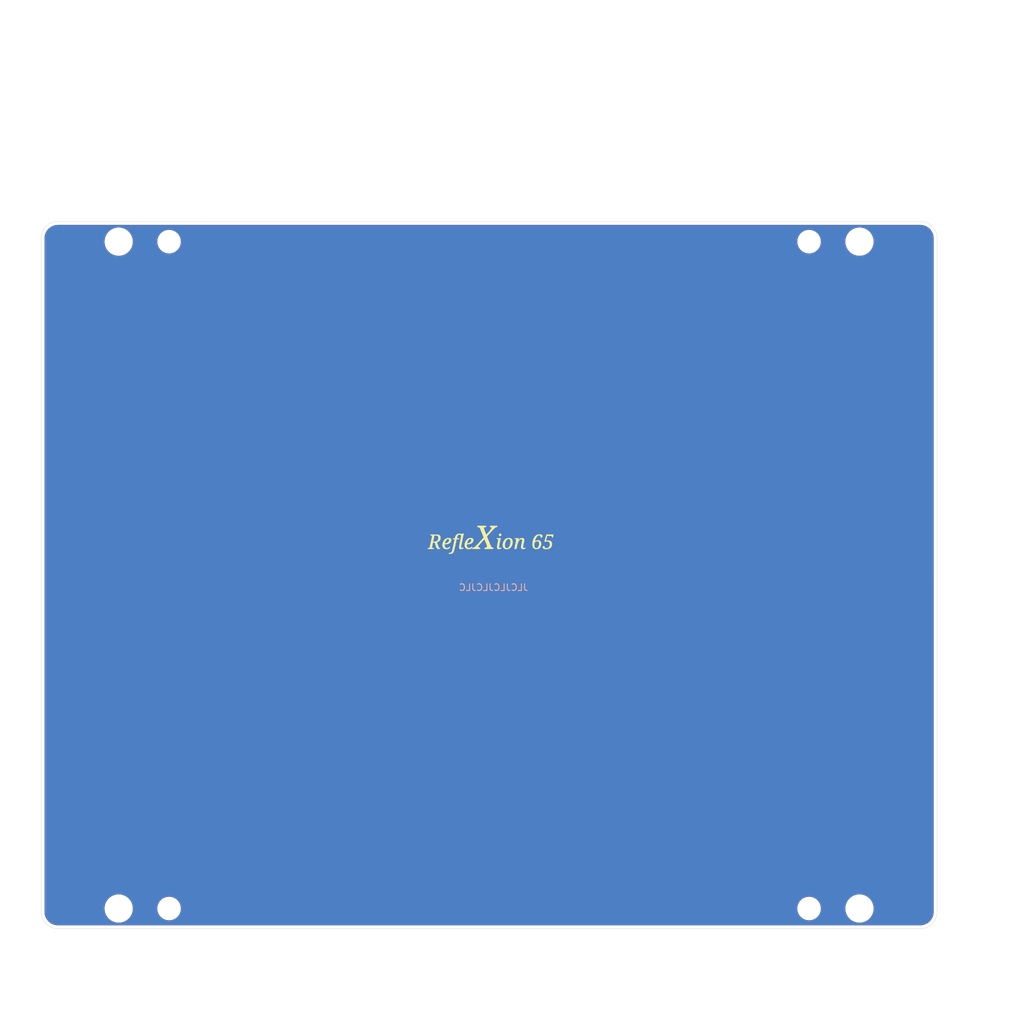
<source format=kicad_pcb>
(kicad_pcb (version 20211014) (generator pcbnew)
  (title_block (title "RefleXion - 65 Rear Plate") (date "2022-10-10") (rev "1.0.0") (company "Tweety's Wild Thinking") (comment 1 "Design: Markus Knutsson <markus.knutsson@tweety.se>") (comment 2 "Concept: Pedro Quaresma <pq@live.ie>") (comment 3 "https://github.com/TweetyDaBird") (comment 4 "Licensed under Creative Commons BY-SA 4.0 International"))
  (layers (0 "F.Cu" signal) (31 "B.Cu" signal) (34 "B.Paste" user) (35 "F.Paste" user) (36 "B.SilkS" user "B.Silkscreen") (37 "F.SilkS" user "F.Silkscreen") (38 "B.Mask" user) (39 "F.Mask" user) (44 "Edge.Cuts" user))
  (net 0 "")
  (footprint "Keyboard_Plate:Spacer Plate hole" (layer "F.Cu") (at 158.515 35.965)
    (fp_text reference "H3" hide)
    (fp_text value "Spacer_PCB" hide)
    (pad "" np_thru_hole circle (at 0 0) (size 2.5 2.5) (drill 2.5) (layers *.Cu *.Mask))
  )
  (footprint "Keyboard_Plate:Spacer Plate hole" (layer "F.Cu") (at 158.515 135.215)
    (fp_text reference "H4" hide)
    (fp_text value "Spacer_PCB" hide)
    (pad "" np_thru_hole circle (at 0 0) (size 2.5 2.5) (drill 2.5) (layers *.Cu *.Mask))
  )
  (footprint "MountingHole:MountingHole_3.2mm_M3" (layer "F.Cu") (at 166.015 135.215)
    (fp_text reference "H8" hide)
    (fp_text value "MountingHole")
    (pad "" np_thru_hole circle (at 0 0) (size 3.2 3.2) (drill 3.2) (layers *.Cu *.Mask))
  )
  (footprint "MountingHole:MountingHole_3.2mm_M3" (layer "F.Cu") (at 166.015 35.965)
    (fp_text reference "H6" hide)
    (fp_text value "MountingHole")
    (pad "" np_thru_hole circle (at 0 0) (size 3.2 3.2) (drill 3.2) (layers *.Cu *.Mask))
  )
  (footprint "Keyboard_Plate:Spacer Plate hole" (layer "F.Cu") (at 63.265 35.965)
    (fp_text reference "H1" hide)
    (fp_text value "Spacer_PCB" hide)
    (pad "" np_thru_hole circle (at 0 0) (size 2.5 2.5) (drill 2.5) (layers *.Cu *.Mask))
  )
  (footprint "Logotypes:RefleXion 65" (layer "F.Cu") (at 111.2012 80.3148)
    (fp_text reference "G***" hide)
    (fp_text value "LOGO" hide)
    (fp_poly (pts (xy 8.9124 -0.779026) (xy 9.052472 -0.77648) (xy 9.165546 -0.772584) (xy 9.243902 -0.767624) (xy 9.279818 -0.761885) (xy 9.281265 -0.76044) (xy 9.276673 -0.727301) (xy 9.264493 -0.65681) (xy 9.247114 -0.562645) (xy 9.242268 -0.53717) (xy 9.224046 -0.440693) (xy 9.210376 -0.365934) (xy 9.203612 -0.325851) (xy 9.203276 -0.322687) (xy 9.180637 -0.315159) (xy 9.126107 -0.311976) (xy 9.125282 -0.311975) (xy 9.073009 -0.316992) (xy 9.051472 -0.342525) (xy 9.047288 -0.403611) (xy 9.041038 -0.457701) (xy 9.017539 -0.496371) (xy 8.96967 -0.522074) (xy 8.890309 -0.537265) (xy 8.772332 -0.544397) (xy 8.634136 -0.545957) (xy 8.35436 -0.545957) (xy 8.269694 -0.243468) (xy 8.235896 -0.123569) (xy 8.206557 -0.021063) (xy 8.184832 0.053125) (xy 8.173905 0.088006) (xy 8.18845 0.102466) (xy 8.247228 0.111813) (xy 8.353241 0.116386) (xy 8.429549 0.116991) (xy 8.597252 0.122971) (xy 8.725808 0.143843) (xy 8.826997 0.184004) (xy 8.912598 0.247849) (xy 8.980908 0.322794) (xy 9.017727 0.3711) (xy 9.040949 0.414739) (xy 9.053699 0.467457) (xy 9.059101 0.542999) (xy 9.060281 0.655111) (xy 9.060287 0.671936) (xy 9.058867 0.793386) (xy 9.052646 0.878221) (xy 9.038678 0.941791) (xy 9.01402 0.999443) (xy 8.988818 1.044504) (xy 8.876069 1.195952) (xy 8.737315 1.307786) (xy 8.568683 1.381868) (xy 8.366299 1.42006) (xy 8.19488 1.426347) (xy 8.079566 1.42373) (xy 7.979216 1.419639) (xy 7.908448 1.414755) (xy 7.887855 1.412061) (xy 7.800371 1.372541) (xy 7.720593 1.299584) (xy 7.665454 1.210924) (xy 7.652267 1.165319) (xy 7.648904 1.090957) (xy 7.674486 1.035596) (xy 7.70412 1.002831) (xy 7.788528 0.947488) (xy 7.8502 0.935927) (xy 7.906087 0.942243) (xy 7.926899 0.971465) (xy 7.929376 1.010414) (xy 7.951595 1.11001) (xy 8.012348 1.185685) (xy 8.102781 1.234916) (xy 8.21404 1.25518) (xy 8.337269 1.243953) (xy 8.463616 1.198713) (xy 8.506257 1.174797) (xy 8.604767 1.085553) (xy 8.675719 0.964649) (xy 8.717094 0.824984) (xy 8.726872 0.679461) (xy 8.703034 0.540979) (xy 8.64356 0.42244) (xy 8.627188 0.402234) (xy 8.528701 0.318597) (xy 8.414271 0.278236) (xy 8.276642 0.27943) (xy 8.186302 0.297718) (xy 8.063529 0.325998) (xy 7.982108 0.336412) (xy 7.934738 0.329437) (xy 7.918431 0.315299) (xy 7.921437 0.284747) (xy 7.937742 0.212065) (xy 7.965366 0.104825) (xy 8.002329 -0.029403) (xy 8.046651 -0.183047) (xy 8.064626 -0.243657) (xy 8.224834 -0.779938) (xy 8.753052 -0.779938)) (layer "F.SilkS") (width 0) (fill solid))
    (fp_poly (pts (xy 1.411285 -0.904795) (xy 1.481018 -0.871882) (xy 1.490853 -0.862385) (xy 1.526092 -0.789744) (xy 1.53209 -0.69841) (xy 1.509584 -0.612177) (xy 1.481884 -0.571955) (xy 1.41481 -0.534196) (xy 1.327141 -0.519956) (xy 1.241496 -0.530085) (xy 1.184764 -0.560813) (xy 1.15409 -0.622298) (xy 1.145439 -0.708407) (xy 1.158841 -0.79665) (xy 1.184381 -0.852147) (xy 1.241842 -0.894222) (xy 1.324518 -0.912006)) (layer "F.SilkS") (width 0) (fill solid))
    (fp_poly (pts (xy -8.652913 -0.777535) (xy -8.461651 -0.775277) (xy -8.455834 -0.775196) (xy -8.263805 -0.772228) (xy -8.11623 -0.768898) (xy -8.005568 -0.764496) (xy -7.92428 -0.758307) (xy -7.864824 -0.74962) (xy -7.819659 -0.737719) (xy -7.781246 -0.721894) (xy -7.756078 -0.709032) (xy -7.67416 -0.653385) (xy -7.60256 -0.585558) (xy -7.587092 -0.566044) (xy -7.557497 -0.518101) (xy -7.539328 -0.46631) (xy -7.529922 -0.396488) (xy -7.526617 -0.294453) (xy -7.526407 -0.24272) (xy -7.527625 -0.127157) (xy -7.533553 -0.048353) (xy -7.547605 0.008912) (xy -7.573192 0.059858) (xy -7.604845 0.107125) (xy -7.689432 0.197224) (xy -7.805295 0.281527) (xy -7.932271 0.346654) (xy -8.000739 0.369771) (xy -8.021685 0.376859) (xy -8.033802 0.39009) (xy -8.035741 0.416959) (xy -8.026152 0.464959) (xy -8.003686 0.541584) (xy -7.966993 0.654326) (xy -7.928994 0.768079) (xy -7.881731 0.904188) (xy -7.836556 1.025333) (xy -7.79738 1.121665) (xy -7.76811 1.183332) (xy -7.758263 1.198255) (xy -7.701582 1.238398) (xy -7.638868 1.261896) (xy -7.584022 1.283555) (xy -7.576094 1.316206) (xy -7.576569 1.317492) (xy -7.590009 1.366318) (xy -7.591402 1.380018) (xy -7.614676 1.395109) (xy -7.674877 1.402564) (xy -7.757577 1.402867) (xy -7.848344 1.396505) (xy -7.932749 1.383962) (xy -7.994636 1.366457) (xy -8.084179 1.305421) (xy -8.157918 1.201893) (xy -8.218418 1.052028) (xy -8.229792 1.01392) (xy -8.257418 0.918109) (xy -8.293047 0.796585) (xy -8.329619 0.673403) (xy -8.334696 0.656449) (xy -8.39901 0.441966) (xy -8.528164 0.441966) (xy -8.602069 0.443577) (xy -8.648807 0.447696) (xy -8.657318 0.450865) (xy -8.662413 0.478116) (xy -8.6764 0.54679) (xy -8.697327 0.647457) (xy -8.723244 0.770688) (xy -8.732385 0.81387) (xy -8.764452 0.970055) (xy -8.782866 1.083122) (xy -8.785581 1.16064) (xy -8.770553 1.210174) (xy -8.735739 1.239291) (xy -8.679096 1.255557) (xy -8.61049 1.265141) (xy -8.528495 1.27846) (xy -8.490246 1.295563) (xy -8.487 1.318802) (xy -8.500117 1.367272) (xy -8.50133 1.380018) (xy -8.526162 1.387836) (xy -8.596009 1.394468) (xy -8.703897 1.399579) (xy -8.842851 1.40283) (xy -8.995291 1.40389) (xy -9.157056 1.40269) (xy -9.294298 1.399314) (xy -9.400045 1.3941) (xy -9.467321 1.387385) (xy -9.489252 1.380018) (xy -9.476458 1.322466) (xy -9.446858 1.281217) (xy -9.427976 1.273755) (xy -9.351021 1.262043) (xy -9.269152 1.233327) (xy -9.203079 1.196247) (xy -9.176754 1.16893) (xy -9.164181 1.130287) (xy -9.143008 1.048333) (xy -9.114882 0.930734) (xy -9.08145 0.785157) (xy -9.044358 0.619268) (xy -9.005252 0.440733) (xy -8.973453 0.29289) (xy -8.623483 0.29289) (xy -8.428984 0.27818) (xy -8.245151 0.249863) (xy -8.114427 0.201703) (xy -7.997951 0.119439) (xy -7.922079 0.010833) (xy -7.883872 -0.129467) (xy -7.877807 -0.228773) (xy -7.889036 -0.37469) (xy -7.927066 -0.480598) (xy -7.997099 -0.551484) (xy -8.104337 -0.592335) (xy -8.253984 -0.608138) (xy -8.274012 -0.608573) (xy -8.431996 -0.610952) (xy -8.52774 -0.159031) (xy -8.623483 0.29289) (xy -8.973453 0.29289) (xy -8.96578 0.257217) (xy -8.927587 0.076387) (xy -8.892321 -0.094092) (xy -8.861627 -0.246553) (xy -8.837153 -0.37333) (xy -8.820544 -0.466757) (xy -8.813448 -0.519169) (xy -8.813306 -0.523207) (xy -8.825269 -0.579003) (xy -8.867028 -0.610611) (xy -8.947387 -0.623133) (xy -8.9872 -0.623951) (xy -9.047712 -0.628642) (xy -9.066933 -0.646386) (xy -9.063068 -0.665074) (xy -9.048734 -0.724942) (xy -9.047287 -0.744825) (xy -9.041317 -0.757319) (xy -9.019419 -0.766586) (xy -8.975611 -0.772934) (xy -8.903911 -0.77667) (xy -8.798339 -0.778101)) (layer "F.SilkS") (width 0) (fill solid))
    (fp_poly (pts (xy 7.319273 -0.798271) (xy 7.46759 -0.769179) (xy 7.572534 -0.712961) (xy 7.634833 -0.629231) (xy 7.655216 -0.518624) (xy 7.63415 -0.412846) (xy 7.572018 -0.338602) (xy 7.470422 -0.297706) (xy 7.458528 -0.295581) (xy 7.367758 -0.280851) (xy 7.343091 -0.41761) (xy 7.30701 -0.537889) (xy 7.250037 -0.610951) (xy 7.171064 -0.637662) (xy 7.080785 -0.622961) (xy 6.947234 -0.560349) (xy 6.835396 -0.463486) (xy 6.738359 -0.329362) (xy 6.69781 -0.254529) (xy 6.653654 -0.160756) (xy 6.610623 -0.059953) (xy 6.573446 0.035974) (xy 6.546855 0.115116) (xy 6.535579 0.165565) (xy 6.53739 0.176557) (xy 6.56366 0.171299) (xy 6.619744 0.147582) (xy 6.651921 0.131804) (xy 6.760266 0.096092) (xy 6.895003 0.078919) (xy 7.033705 0.081046) (xy 7.153944 0.103233) (xy 7.18277 0.113789) (xy 7.29242 0.18512) (xy 7.383253 0.289552) (xy 7.431878 0.38735) (xy 7.455729 0.509264) (xy 7.459899 0.657475) (xy 7.445177 0.810483) (xy 7.412352 0.946789) (xy 7.411212 0.950067) (xy 7.325289 1.130783) (xy 7.209546 1.268905) (xy 7.064028 1.364402) (xy 6.88878 1.417242) (xy 6.734865 1.428847) (xy 6.59081 1.420514) (xy 6.486615 1.398026) (xy 6.460492 1.386761) (xy 6.324643 1.289814) (xy 6.22149 1.156698) (xy 6.183686 1.082358) (xy 6.156962 1.015699) (xy 6.139776 0.950215) (xy 6.130308 0.872049) (xy 6.12866 0.823646) (xy 6.439538 0.823646) (xy 6.448242 0.95128) (xy 6.467932 1.049284) (xy 6.480025 1.079413) (xy 6.556831 1.1882) (xy 6.647689 1.248052) (xy 6.749526 1.258078) (xy 6.859267 1.21739) (xy 6.889458 1.197873) (xy 6.999384 1.089152) (xy 7.075411 0.943074) (xy 7.116219 0.762808) (xy 7.123254 0.63695) (xy 7.107241 0.476833) (xy 7.060702 0.358142) (xy 6.986253 0.282235) (xy 6.886508 0.250473) (xy 6.764082 0.264213) (xy 6.621588 0.324817) (xy 6.575519 0.352212) (xy 6.511527 0.400194) (xy 6.477174 0.453797) (xy 6.457989 0.535902) (xy 6.457549 0.538707) (xy 6.442435 0.681186) (xy 6.439538 0.823646) (xy 6.12866 0.823646) (xy 6.126743 0.767344) (xy 6.126968 0.649949) (xy 6.149604 0.34644) (xy 6.210232 0.064981) (xy 6.30697 -0.18913) (xy 6.437936 -0.410597) (xy 6.552122 -0.546611) (xy 6.676404 -0.659389) (xy 6.798885 -0.734236) (xy 6.936108 -0.778462) (xy 7.104616 -0.79938) (xy 7.126859 -0.800627)) (layer "F.SilkS") (width 0) (fill solid))
    (fp_poly (pts (xy 1.250945 -0.233236) (xy 1.34616 -0.231212) (xy 1.40919 -0.228226) (xy 1.429888 -0.224897) (xy 1.424781 -0.197918) (xy 1.410497 -0.127598) (xy 1.388596 -0.021468) (xy 1.360633 0.112935) (xy 1.328167 0.268079) (xy 1.315676 0.327559) (xy 1.269694 0.547552) (xy 1.233995 0.722636) (xy 1.20783 0.858716) (xy 1.190447 0.961693) (xy 1.181096 1.037473) (xy 1.179027 1.091957) (xy 1.183489 1.13105) (xy 1.193733 1.160655) (xy 1.206878 1.183462) (xy 1.233294 1.219686) (xy 1.260225 1.232417) (xy 1.304735 1.22356) (xy 1.366881 1.201316) (xy 1.439125 1.176154) (xy 1.479737 1.170627) (xy 1.505549 1.185526) (xy 1.523938 1.20869) (xy 1.547467 1.251371) (xy 1.532599 1.28162) (xy 1.515277 1.29593) (xy 1.381409 1.372389) (xy 1.227505 1.419202) (xy 1.126723 1.429317) (xy 1.041771 1.42564) (xy 0.987035 1.40805) (xy 0.941019 1.368074) (xy 0.925239 1.349899) (xy 0.889468 1.293624) (xy 0.867345 1.221846) (xy 0.859039 1.128478) (xy 0.864721 1.007433) (xy 0.884559 0.852624) (xy 0.918724 0.657961) (xy 0.948739 0.50696) (xy 0.986975 0.319453) (xy 1.014351 0.176726) (xy 1.030363 0.072606) (xy 1.034508 0.000919) (xy 1.026282 -0.044509) (xy 1.005183 -0.06985) (xy 0.970705 -0.081279) (xy 0.922346 -0.084969) (xy 0.900405 -0.085621) (xy 0.843325 -0.091874) (xy 0.824107 -0.115685) (xy 0.827124 -0.160991) (xy 0.837836 -0.233981) (xy 1.133862 -0.233981)) (layer "F.SilkS") (width 0) (fill solid))
    (fp_poly (pts (xy -4.255619 -0.022625) (xy -4.317496 0.270584) (xy -4.367153 0.516898) (xy -4.405062 0.719844) (xy -4.431697 0.882951) (xy -4.447532 1.009747) (xy -4.45304 1.103758) (xy -4.448694 1.168513) (xy -4.434967 1.207538) (xy -4.422388 1.220095) (xy -4.371877 1.225882) (xy -4.2899 1.206615) (xy -4.270738 1.199857) (xy -4.199858 1.175386) (xy -4.160084 1.170973) (xy -4.134143 1.187615) (xy -4.117618 1.20869) (xy -4.094089 1.251371) (xy -4.108956 1.28162) (xy -4.126279 1.29593) (xy -4.235587 1.361517) (xy -4.358657 1.40631) (xy -4.482519 1.428455) (xy -4.594201 1.426101) (xy -4.680733 1.397396) (xy -4.704968 1.378553) (xy -4.739919 1.334319) (xy -4.764544 1.278409) (xy -4.778498 1.206015) (xy -4.781436 1.112331) (xy -4.773012 0.99255) (xy -4.75288 0.841864) (xy -4.720696 0.655466) (xy -4.676114 0.428549) (xy -4.618789 0.156305) (xy -4.616329 0.144884) (xy -4.577993 -0.036911) (xy -4.544486 -0.203405) (xy -4.517122 -0.34743) (xy -4.497214 -0.461819) (xy -4.486078 -0.539406) (xy -4.484803 -0.572447) (xy -4.535654 -0.654104) (xy -4.620065 -0.712775) (xy -4.720933 -0.737192) (xy -4.734852 -0.73725) (xy -4.83962 -0.714293) (xy -4.926478 -0.649664) (xy -4.997458 -0.540725) (xy -5.054596 -0.384836) (xy -5.07772 -0.292477) (xy -5.081541 -0.260891) (xy -5.067991 -0.243368) (xy -5.026236 -0.235781) (xy -4.945443 -0.234003) (xy -4.924178 -0.233981) (xy -4.82957 -0.231744) (xy -4.777836 -0.220108) (xy -4.759894 -0.191686) (xy -4.76666 -0.139091) (xy -4.773717 -0.111616) (xy -4.787995 -0.080186) (xy -4.818131 -0.061694) (xy -4.876745 -0.051736) (xy -4.959983 -0.046622) (xy -5.130868 -0.038997) (xy -5.3071 0.78816) (xy -5.367663 1.067626) (xy -5.421023 1.30075) (xy -5.469159 1.492367) (xy -5.514049 1.647313) (xy -5.55767 1.770426) (xy -5.602001 1.86654) (xy -5.64902 1.940493) (xy -5.700704 1.99712) (xy -5.759031 2.041259) (xy -5.82598 2.077744) (xy -5.83654 2.082695) (xy -5.958814 2.118564) (xy -6.122303 2.131227) (xy -6.129017 2.131261) (xy -6.226287 2.130501) (xy -6.282635 2.125211) (xy -6.309124 2.111986) (xy -6.316815 2.087419) (xy -6.317104 2.073337) (xy -6.302374 1.993978) (xy -6.258222 1.956858) (xy -6.196784 1.956922) (xy -6.094948 1.953067) (xy -5.995911 1.911371) (xy -5.922632 1.841567) (xy -5.897168 1.797413) (xy -5.872105 1.741226) (xy -5.846018 1.66774) (xy -5.817482 1.571687) (xy -5.785074 1.447801) (xy -5.747367 1.290813) (xy -5.702938 1.095458) (xy -5.650362 0.856467) (xy -5.626862 0.748078) (xy -5.585187 0.554849) (xy -5.547301 0.378398) (xy -5.514544 0.225027) (xy -5.488256 0.101036) (xy -5.469775 0.012728) (xy -5.460442 -0.033595) (xy -5.45957 -0.03896) (xy -5.482968 -0.046398) (xy -5.542789 -0.051118) (xy -5.58956 -0.051996) (xy -5.666789 -0.054197) (xy -5.70532 -0.065051) (xy -5.718402 -0.090934) (xy -5.719549 -0.114551) (xy -5.713216 -0.153406) (xy -5.685417 -0.175799) (xy -5.622954 -0.190165) (xy -5.594816 -0.194261) (xy -5.515451 -0.207892) (xy -5.456722 -0.222852) (xy -5.441839 -0.229198) (xy -5.4207 -0.261927) (xy -5.393297 -0.329883) (xy -5.367783 -0.41082) (xy -5.301949 -0.585468) (xy -5.211684 -0.718318) (xy -5.092009 -0.815789) (xy -5.027425 -0.849732) (xy -4.968447 -0.874646) (xy -4.911555 -0.891919) (xy -4.847542 -0.901998) (xy -4.767199 -0.905332) (xy -4.661315 -0.90237) (xy -4.520683 -0.893561) (xy -4.367656 -0.881866) (xy -4.320351 -0.883562) (xy -4.243391 -0.891336) (xy -4.196346 -0.897477) (xy -4.064033 -0.916181)) (layer "F.SilkS") (width 0) (fill solid))
    (fp_poly (pts (xy 4.722107 -0.248597) (xy 4.813364 -0.210748) (xy 4.87709 -0.14088) (xy 4.903361 -0.08843) (xy 4.923569 -0.031631) (xy 4.934451 0.026916) (xy 4.935353 0.096457) (xy 4.925623 0.186235) (xy 4.904607 0.305496) (xy 4.871653 0.463484) (xy 4.860915 0.512658) (xy 4.817358 0.717428) (xy 4.786873 0.8778) (xy 4.768905 0.999557) (xy 4.762899 1.08848) (xy 4.7683 1.15035) (xy 4.784552 1.19095) (xy 4.794621 1.20319) (xy 4.825947 1.228557) (xy 4.860273 1.232433) (xy 4.916553 1.214909) (xy 4.944489 1.20392) (xy 5.011885 1.17908) (xy 5.049317 1.175626) (xy 5.074492 1.194193) (xy 5.085861 1.208968) (xy 5.101153 1.262626) (xy 5.074121 1.313226) (xy 5.014436 1.357995) (xy 4.931769 1.39416) (xy 4.835792 1.418947) (xy 4.736175 1.429585) (xy 4.64259 1.423299) (xy 4.564707 1.397316) (xy 4.527555 1.369056) (xy 4.484249 1.313728) (xy 4.454658 1.250161) (xy 4.438846 1.171861) (xy 4.436879 1.072332) (xy 4.448824 0.945082) (xy 4.474745 0.783615) (xy 4.514709 0.581437) (xy 4.536552 0.478861) (xy 4.570029 0.317206) (xy 4.590434 0.19745) (xy 4.59798 0.111225) (xy 4.592879 0.050159) (xy 4.575345 0.005882) (xy 4.549396 -0.026244) (xy 4.511683 -0.058237) (xy 4.475172 -0.064348) (xy 4.418122 -0.04646) (xy 4.399908 -0.039188) (xy 4.323578 0.004446) (xy 4.242203 0.069695) (xy 4.209776 0.102198) (xy 4.127751 0.202328) (xy 4.059492 0.310627) (xy 4.001224 0.436258) (xy 3.949177 0.588386) (xy 3.899576 0.776172) (xy 3.860979 0.949405) (xy 3.830265 1.093219) (xy 3.802764 1.218314) (xy 3.780399 1.316237) (xy 3.765092 1.378534) (xy 3.759191 1.397071) (xy 3.730272 1.400901) (xy 3.664915 1.401187) (xy 3.595743 1.398709) (xy 3.441753 1.390891) (xy 3.584566 0.706018) (xy 3.630391 0.482475) (xy 3.664811 0.305421) (xy 3.688476 0.170765) (xy 3.699705 0.090993) (xy 4.029683 0.090993) (xy 4.042682 0.103992) (xy 4.055681 0.090993) (xy 4.042682 0.077994) (xy 4.029683 0.090993) (xy 3.699705 0.090993) (xy 3.702038 0.074417) (xy 3.706148 0.012286) (xy 3.701458 -0.019717) (xy 3.700438 -0.021566) (xy 3.658479 -0.055496) (xy 3.590154 -0.083669) (xy 3.577186 -0.087054) (xy 3.513163 -0.108098) (xy 3.4889 -0.136808) (xy 3.4888 -0.165407) (xy 3.495104 -0.189052) (xy 3.511971 -0.205161) (xy 3.548316 -0.215508) (xy 3.613054 -0.221864) (xy 3.715098 -0.226003) (xy 3.805233 -0.228333) (xy 4.113741 -0.235684) (xy 4.096453 -0.166805) (xy 4.078419 -0.08843) (xy 4.063631 -0.016465) (xy 4.048097 0.064995) (xy 4.155197 -0.055208) (xy 4.268187 -0.162906) (xy 4.382966 -0.227644) (xy 4.514967 -0.256634) (xy 4.593283 -0.259979)) (layer "F.SilkS") (width 0) (fill solid))
    (fp_poly (pts (xy -6.339915 -0.256602) (xy -6.326975 -0.256085) (xy -6.218706 -0.250726) (xy -6.147859 -0.242173) (xy -6.099894 -0.225449) (xy -6.060268 -0.19558) (xy -6.016527 -0.14987) (xy -5.960596 -0.0806) (xy -5.934466 -0.016974) (xy -5.927571 0.068139) (xy -5.927533 0.078648) (xy -5.951872 0.236625) (xy -6.021788 0.37744) (xy -6.13263 0.497373) (xy -6.279749 0.592706) (xy -6.458492 0.659718) (xy -6.664209 0.694691) (xy -6.700972 0.697153) (xy -6.915455 0.708465) (xy -6.914884 0.828696) (xy -6.900873 0.943414) (xy -6.864571 1.05426) (xy -6.812988 1.144961) (xy -6.755857 1.197838) (xy -6.642228 1.230357) (xy -6.512548 1.219633) (xy -6.37609 1.167836) (xy -6.243157 1.077996) (xy -6.174528 1.033062) (xy -6.129901 1.033245) (xy -6.110358 1.078392) (xy -6.109519 1.09688) (xy -6.131925 1.182183) (xy -6.19125 1.270313) (xy -6.275648 1.346046) (xy -6.326691 1.376047) (xy -6.450826 1.415289) (xy -6.60115 1.432184) (xy -6.757122 1.426806) (xy -6.898205 1.399228) (xy -6.963765 1.373763) (xy -7.092146 1.282864) (xy -7.186615 1.157711) (xy -7.2462 1.004282) (xy -7.269929 0.828553) (xy -7.25683 0.6365) (xy -7.23408 0.546031) (xy -6.886072 0.546031) (xy -6.777273 0.529881) (xy -6.678517 0.507687) (xy -6.577892 0.474252) (xy -6.564483 0.468669) (xy -6.445926 0.397845) (xy -6.354231 0.304699) (xy -6.295515 0.199294) (xy -6.275897 0.091693) (xy -6.28994 0.017114) (xy -6.337377 -0.058276) (xy -6.401451 -0.089909) (xy -6.477072 -0.081267) (xy -6.559152 -0.035834) (xy -6.642601 0.042907) (xy -6.72233 0.151475) (xy -6.79325 0.286386) (xy -6.832948 0.388721) (xy -6.886072 0.546031) (xy -7.23408 0.546031) (xy -7.205932 0.4341) (xy -7.141888 0.278104) (xy -7.024275 0.082409) (xy -6.879832 -0.074676) (xy -6.713247 -0.188216) (xy -6.686446 -0.201277) (xy -6.608453 -0.233762) (xy -6.537324 -0.251887) (xy -6.454123 -0.258538)) (layer "F.SilkS") (width 0) (fill solid))
    (fp_poly (pts (xy -1.003949 -2.079216) (xy -0.883002 -2.076542) (xy -0.797953 -2.070603) (xy -0.743437 -2.060135) (xy -0.71409 -2.043869) (xy -0.704546 -2.020541) (xy -0.709441 -1.988883) (xy -0.723409 -1.947631) (xy -0.730486 -1.927728) (xy -0.752403 -1.877719) (xy -0.783611 -1.853718) (xy -0.841475 -1.846297) (xy -0.881274 -1.845854) (xy -0.953759 -1.842825) (xy -1.008229 -1.830616) (xy -1.044438 -1.804547) (xy -1.06214 -1.759936) (xy -1.061088 -1.692103) (xy -1.041036 -1.596366) (xy -1.001737 -1.468044) (xy -0.942946 -1.302456) (xy -0.864416 -1.094921) (xy -0.838185 -1.026919) (xy -0.79606 -0.921023) (xy -0.759979 -0.835916) (xy -0.73431 -0.781569) (xy -0.724226 -0.766939) (xy -0.703728 -0.785554) (xy -0.654569 -0.837404) (xy -0.582223 -0.916501) (xy -0.492161 -1.016855) (xy -0.389855 -1.132478) (xy -0.37981 -1.14391) (xy -0.231327 -1.316046) (xy -0.117187 -1.455633) (xy -0.034638 -1.566553) (xy 0.019074 -1.65269) (xy 0.046702 -1.717926) (xy 0.051996 -1.752911) (xy 0.029004 -1.797306) (xy -0.027979 -1.831937) (xy -0.100748 -1.845854) (xy -0.154844 -1.859917) (xy -0.176963 -1.906369) (xy -0.170385 -1.99053) (xy -0.153631 -2.079836) (xy 0.938283 -2.079836) (xy 0.920356 -1.982344) (xy 0.897029 -1.900806) (xy 0.857724 -1.859416) (xy 0.790245 -1.84646) (xy 0.778643 -1.846252) (xy 0.729864 -1.838946) (xy 0.674198 -1.815409) (xy 0.608005 -1.772376) (xy 0.527649 -1.706582) (xy 0.429491 -1.61476) (xy 0.309893 -1.493647) (xy 0.165216 -1.339975) (xy -0.008178 -1.150481) (xy -0.058258 -1.095114) (xy -0.606933 -0.487363) (xy -0.578753 -0.393169) (xy -0.556461 -0.328442) (xy -0.519634 -0.231648) (xy -0.474335 -0.118461) (xy -0.446788 -0.051996) (xy -0.39994 0.060044) (xy -0.3397 0.204933) (xy -0.272393 0.367409) (xy -0.204348 0.53221) (xy -0.171928 0.610952) (xy -0.095739 0.790818) (xy -0.031395 0.927653) (xy 0.025806 1.02772) (xy 0.080566 1.097281) (xy 0.137588 1.142597) (xy 0.201575 1.169931) (xy 0.257257 1.182447) (xy 0.318683 1.196509) (xy 0.34873 1.220219) (xy 0.351643 1.265668) (xy 0.331668 1.344945) (xy 0.323619 1.371392) (xy 0.308105 1.381878) (xy 0.265673 1.390031) (xy 0.191653 1.396076) (xy 0.081376 1.400237) (xy -0.069828 1.402741) (xy -0.26663 1.403812) (xy -0.351334 1.40389) (xy -1.016276 1.40389) (xy -0.99865 1.306397) (xy -0.98624 1.24233) (xy -0.977568 1.205703) (xy -0.976457 1.203056) (xy -0.950508 1.195799) (xy -0.891396 1.184869) (xy -0.869415 1.181349) (xy -0.773316 1.162839) (xy -0.702129 1.137334) (xy -0.655409 1.099404) (xy -0.632709 1.04362) (xy -0.633585 0.964553) (xy -0.657591 0.856771) (xy -0.704281 0.714847) (xy -0.773211 0.533349) (xy -0.808877 0.443536) (xy -0.867752 0.298729) (xy -0.921042 0.172045) (xy -0.965504 0.070843) (xy -0.997893 0.002484) (xy -1.014965 -0.02567) (xy -1.01581 -0.025998) (xy -1.041463 -0.007147) (xy -1.094721 0.045046) (xy -1.169829 0.124039) (xy -1.261029 0.223293) (xy -1.362566 0.336265) (xy -1.468683 0.456416) (xy -1.573624 0.577205) (xy -1.671633 0.692091) (xy -1.756955 0.794534) (xy -1.823832 0.877992) (xy -1.866508 0.935925) (xy -1.876065 0.951509) (xy -1.910269 1.019479) (xy -1.920606 1.059815) (xy -1.908317 1.090416) (xy -1.887416 1.115079) (xy -1.830014 1.153096) (xy -1.746453 1.18087) (xy -1.723694 1.185041) (xy -1.652699 1.198736) (xy -1.621971 1.216865) (xy -1.619926 1.247732) (xy -1.622342 1.25768) (xy -1.634935 1.324809) (xy -1.637516 1.358393) (xy -1.641013 1.37295) (xy -1.655364 1.384037) (xy -1.686744 1.392123) (xy -1.741328 1.397674) (xy -1.825291 1.401157) (xy -1.944809 1.403039) (xy -2.106056 1.403789) (xy -2.238856 1.40389) (xy -2.839841 1.40389) (xy -2.824165 1.345394) (xy -2.811206 1.279488) (xy -2.808134 1.244296) (xy -2.782743 1.207146) (xy -2.711495 1.18363) (xy -2.543878 1.126331) (xy -2.378322 1.017546) (xy -2.323674 0.96996) (xy -2.280443 0.927122) (xy -2.208031 0.852146) (xy -2.112284 0.751321) (xy -1.999048 0.630936) (xy -1.87417 0.497281) (xy -1.743494 0.356644) (xy -1.612869 0.215316) (xy -1.488139 0.079586) (xy -1.375151 -0.044258) (xy -1.27975 -0.149925) (xy -1.216654 -0.220982) (xy -1.12547 -0.324974) (xy -1.377449 -0.948925) (xy -1.44783 -1.122972) (xy -1.513811 -1.2857) (xy -1.572266 -1.429438) (xy -1.620072 -1.546514) (xy -1.654105 -1.629258) (xy -1.669447 -1.665888) (xy -1.733622 -1.753921) (xy -1.831949 -1.816683) (xy -1.949172 -1.84509) (xy -1.971739 -1.845854) (xy -2.038844 -1.8545) (xy -2.06969 -1.887125) (xy -2.070857 -1.953761) (xy -2.065205 -1.988401) (xy -2.048051 -2.079836) (xy -1.374998 -2.079836) (xy -1.166159 -2.079892)) (layer "F.SilkS") (width 0) (fill solid))
    (fp_poly (pts (xy -3.038175 -0.256602) (xy -3.025235 -0.256085) (xy -2.916966 -0.250726) (xy -2.846119 -0.242173) (xy -2.798154 -0.225449) (xy -2.758528 -0.19558) (xy -2.714787 -0.14987) (xy -2.658856 -0.0806) (xy -2.632726 -0.016974) (xy -2.625831 0.068139) (xy -2.625793 0.078648) (xy -2.650132 0.236625) (xy -2.720048 0.37744) (xy -2.83089 0.497373) (xy -2.978009 0.592706) (xy -3.156752 0.659718) (xy -3.362469 0.694691) (xy -3.399232 0.697153) (xy -3.613715 0.708465) (xy -3.613144 0.828696) (xy -3.599133 0.943414) (xy -3.562831 1.05426) (xy -3.511248 1.144961) (xy -3.454117 1.197838) (xy -3.340488 1.230357) (xy -3.210808 1.219633) (xy -3.07435 1.167836) (xy -2.941417 1.077996) (xy -2.872788 1.033062) (xy -2.828161 1.033245) (xy -2.808618 1.078392) (xy -2.807779 1.09688) (xy -2.830185 1.182183) (xy -2.88951 1.270313) (xy -2.973907 1.346046) (xy -3.024951 1.376047) (xy -3.149086 1.415289) (xy -3.29941 1.432184) (xy -3.455382 1.426806) (xy -3.596465 1.399228) (xy -3.662025 1.373763) (xy -3.790406 1.282864) (xy -3.884875 1.157711) (xy -3.94446 1.004282) (xy -3.968189 0.828553) (xy -3.95509 0.6365) (xy -3.93234 0.546031) (xy -3.584332 0.546031) (xy -3.475533 0.529881) (xy -3.376777 0.507687) (xy -3.276152 0.474252) (xy -3.262743 0.468669) (xy -3.144186 0.397845) (xy -3.052491 0.304699) (xy -2.993775 0.199294) (xy -2.974157 0.091693) (xy -2.9882 0.017114) (xy -3.035637 -0.058276) (xy -3.099711 -0.089909) (xy -3.175332 -0.081267) (xy -3.257412 -0.035834) (xy -3.340861 0.042907) (xy -3.42059 0.151475) (xy -3.49151 0.286386) (xy -3.531208 0.388721) (xy -3.584332 0.546031) (xy -3.93234 0.546031) (xy -3.904192 0.4341) (xy -3.840148 0.278104) (xy -3.722535 0.082409) (xy -3.578092 -0.074676) (xy -3.411507 -0.188216) (xy -3.384706 -0.201277) (xy -3.306713 -0.233762) (xy -3.235584 -0.251887) (xy -3.152383 -0.258538)) (layer "F.SilkS") (width 0) (fill solid))
    (fp_poly (pts (xy 2.784483 -0.25339) (xy 2.852313 -0.23815) (xy 2.92008 -0.210233) (xy 2.925972 -0.207401) (xy 3.023412 -0.144005) (xy 3.10136 -0.06421) (xy 3.108878 -0.053452) (xy 3.181892 0.101698) (xy 3.215925 0.278601) (xy 3.214045 0.468426) (xy 3.17932 0.662339) (xy 3.114817 0.85151) (xy 3.023604 1.027106) (xy 2.90875 1.180294) (xy 2.773322 1.302244) (xy 2.620388 1.384122) (xy 2.608013 1.388498) (xy 2.47844 1.417869) (xy 2.329912 1.428823) (xy 2.182282 1.421621) (xy 2.0554 1.396524) (xy 2.013003 1.380678) (xy 1.884354 1.294789) (xy 1.784209 1.171293) (xy 1.720277 1.020244) (xy 1.71291 0.989493) (xy 1.699245 0.834782) (xy 2.058624 0.834782) (xy 2.061733 0.9623) (xy 2.077086 1.044582) (xy 2.127867 1.143449) (xy 2.200892 1.217528) (xy 2.284436 1.258028) (xy 2.361441 1.257811) (xy 2.420555 1.248301) (xy 2.432031 1.247902) (xy 2.484094 1.227482) (xy 2.551486 1.173847) (xy 2.622891 1.09843) (xy 2.686994 1.012667) (xy 2.718642 0.958263) (xy 2.792267 0.770728) (xy 2.840698 0.556199) (xy 2.859325 0.335432) (xy 2.859391 0.324569) (xy 2.847146 0.164388) (xy 2.808319 0.045817) (xy 2.740927 -0.035341) (xy 2.671047 -0.073953) (xy 2.608946 -0.092893) (xy 2.555723 -0.091577) (xy 2.487552 -0.068046) (xy 2.461414 -0.056712) (xy 2.335505 0.027261) (xy 2.230827 0.157811) (xy 2.148357 0.333625) (xy 2.130312 0.387756) (xy 2.094143 0.532334) (xy 2.069837 0.686401) (xy 2.058624 0.834782) (xy 1.699245 0.834782) (xy 1.696027 0.798342) (xy 1.718399 0.592527) (xy 1.77578 0.38586) (xy 1.863919 0.192155) (xy 1.978568 0.025224) (xy 2.025012 -0.025158) (xy 2.138157 -0.125737) (xy 2.248108 -0.192612) (xy 2.371149 -0.232544) (xy 2.523567 -0.252289) (xy 2.579784 -0.255387) (xy 2.699378 -0.258341)) (layer "F.SilkS") (width 0) (fill solid))
  )
  (footprint "MountingHole:MountingHole_3.2mm_M3" (layer "F.Cu") (at 55.765 35.965)
    (fp_text reference "H5" hide)
    (fp_text value "MountingHole")
    (pad "" np_thru_hole circle (at 0 0) (size 3.2 3.2) (drill 3.2) (layers *.Cu *.Mask))
  )
  (footprint "Keyboard_Plate:Spacer Plate hole" (layer "F.Cu") (at 63.265 135.215)
    (fp_text reference "H2" hide)
    (fp_text value "Spacer_PCB" hide)
    (pad "" np_thru_hole circle (at 0 0) (size 2.5 2.5) (drill 2.5) (layers *.Cu *.Mask))
  )
  (footprint "MountingHole:MountingHole_3.2mm_M3" (layer "F.Cu") (at 55.765 135.215)
    (fp_text reference "H7" hide)
    (fp_text value "MountingHole")
    (pad "" np_thru_hole circle (at 0 0) (size 3.2 3.2) (drill 3.2) (layers *.Cu *.Mask))
  )
  (gr_arc (start 46.715474 138.215075) (mid 44.947354 137.482696) (end 44.214975 135.714576) (layer "Edge.Cuts") (width 0.05))
  (gr_arc (start 44.214975 35.465499) (mid 44.947354 33.697379) (end 46.715474 32.965) (layer "Edge.Cuts") (width 0.05))
  (gr_arc (start 177.565 135.714576) (mid 176.832621 137.482696) (end 175.064501 138.215075) (layer "Edge.Cuts") (width 0.05))
  (gr_line (start 68.0275 32.965) (end 46.715474 32.965) (layer "Edge.Cuts") (width 0.05))
  (gr_line (start 44.215 47.6) (end 44.214975 135.714576) (layer "Edge.Cuts") (width 0.05))
  (gr_line (start 44.215 47.6) (end 44.214975 35.465499) (layer "Edge.Cuts") (width 0.05))
  (gr_line (start 177.565 135.714576) (end 177.564551 35.465499) (layer "Edge.Cuts") (width 0.05))
  (gr_arc (start 175.064052 32.965) (mid 176.832172 33.697379) (end 177.564551 35.465499) (layer "Edge.Cuts") (width 0.05))
  (gr_line (start 153.752 32.965) (end 175.064052 32.965) (layer "Edge.Cuts") (width 0.05))
  (gr_line (start 68.0275 32.965) (end 153.752 32.965) (layer "Edge.Cuts") (width 0.05))
  (gr_line (start 46.715474 138.215075) (end 175.064501 138.215075) (layer "Edge.Cuts") (width 0.05))
  (gr_text "https://github.com/TweetyDaBird - CC BY-SA 4.0 International" (at 110.87 88.3704) (layer "F.Cu") (effects (font (size 1 1))))
  (gr_text "Design: Markus Knutsson - Concept: Pedro Quaresma - 2022" (at 110.87 85.590037) (layer "F.Cu") (effects (font (size 1 1))))
  (gr_text "JLCJLCJLCJLC" (at 111.5568 87.4268) (layer "B.SilkS") (effects (font (size 1 1)) (justify mirror)))
  (zone locked (net 0) (net_name "") (layers F&B.Cu) (connect_pads (clearance 0.508)) (min_thickness 0.254) (fill yes (thermal_gap 0.508) (thermal_bridge_width 0.508))
    (polygon (pts (xy 190.5 152.4) (xy 38.1 152.4) (xy 38.1 0) (xy 190.5 0)))
  )
)
</source>
